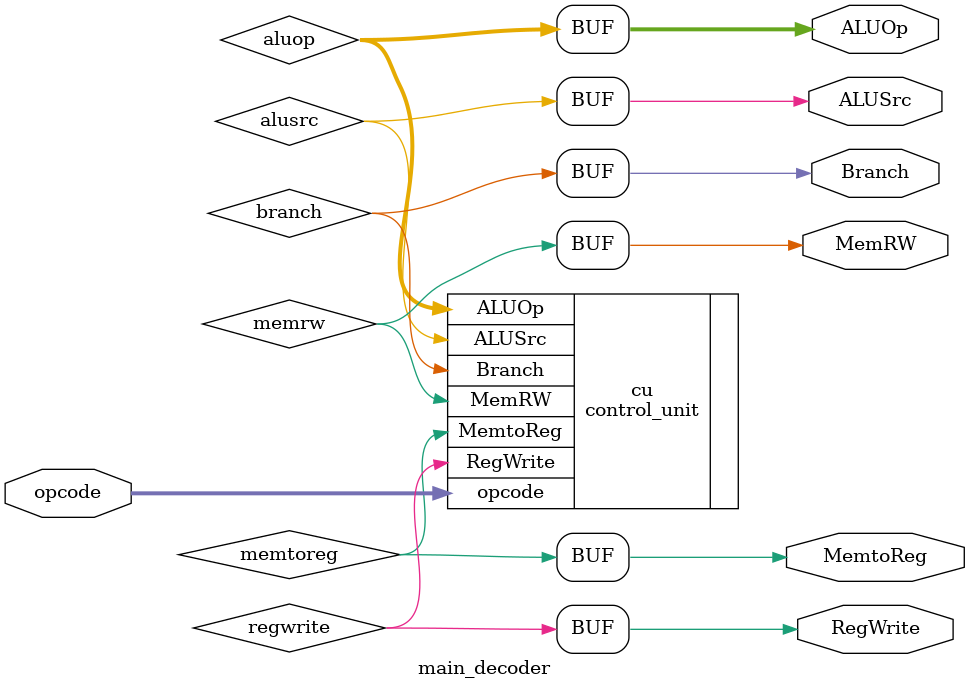
<source format=v>
module main_decoder(
    input  [6:0] opcode,
    output Branch, MemRW, MemtoReg, ALUSrc, RegWrite,
    output [1:0] ALUOp
);
    wire branch, memrw, memtoreg, alusrc, regwrite;
    wire [1:0] aluop;
    control_unit cu(
        .opcode(opcode),
        .Branch(branch),
        .MemRW(memrw),
        .MemtoReg(memtoreg),
        .ALUOp(aluop),
        .ALUSrc(alusrc),
        .RegWrite(regwrite)
    );
    assign Branch = branch;
    assign MemRW = memrw;
    assign MemtoReg = memtoreg;
    assign ALUSrc = alusrc;
    assign RegWrite = regwrite;
    assign ALUOp = aluop;
endmodule

</source>
